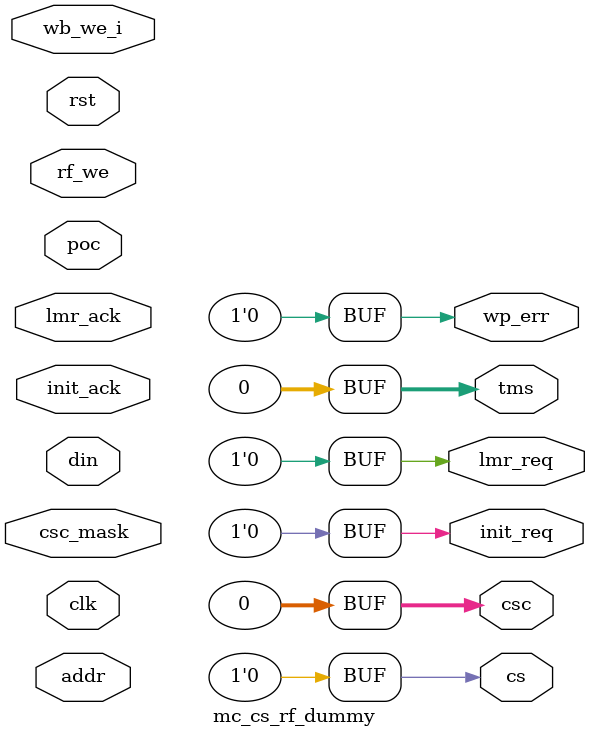
<source format=v>
module mc_cs_rf_dummy(clk, rst, wb_we_i, din, rf_we, addr, csc, tms, poc, csc_mask, cs,
		wp_err, lmr_req, lmr_ack, init_req, init_ack );
parameter	[2:0]	this_cs = 0;
input		clk, rst;
input		wb_we_i;
input	[31:0]	din;
input		rf_we;
input	[31:0]	addr;
output	[31:0]	csc;
output	[31:0]	tms;
input	[31:0]	poc;
input	[31:0]	csc_mask;
output		cs;
output		wp_err;
output		lmr_req;
input		lmr_ack;
output		init_req;
input		init_ack;
assign csc = 32'h0;
assign tms = 32'h0;
assign cs = 1'b0;
assign wp_err = 1'b0;
assign lmr_req = 1'b0;
assign init_req = 1'b0;
endmodule
</source>
